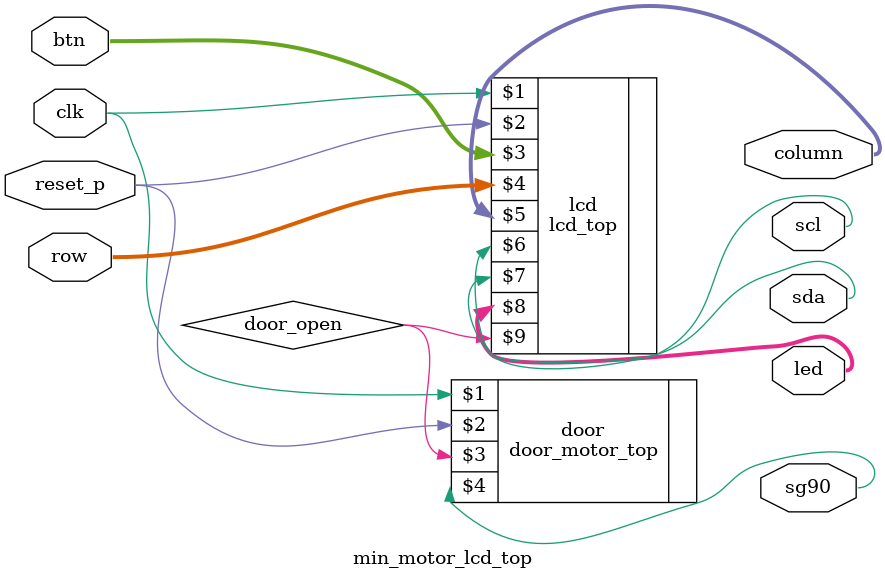
<source format=v>
`timescale 1ns / 1ps


module min_motor_lcd_top(
    input clk, reset_p,        // 시스템 클럭, 리셋
    input [3:0] btn,           // 버튼 입력 (4개)
    input [3:0] row,           // 키패드 row
    output[3:0] column,        // 키패드 column
    output scl, sda,           // I2C 신호
    output [15:0] led,
    output sg90
    );
    wire door_open;
    lcd_top lcd(clk, reset_p, btn, row, column, scl, sda, led, door_open);
    door_motor_top door(clk, reset_p, door_open, sg90);    
    
endmodule

</source>
